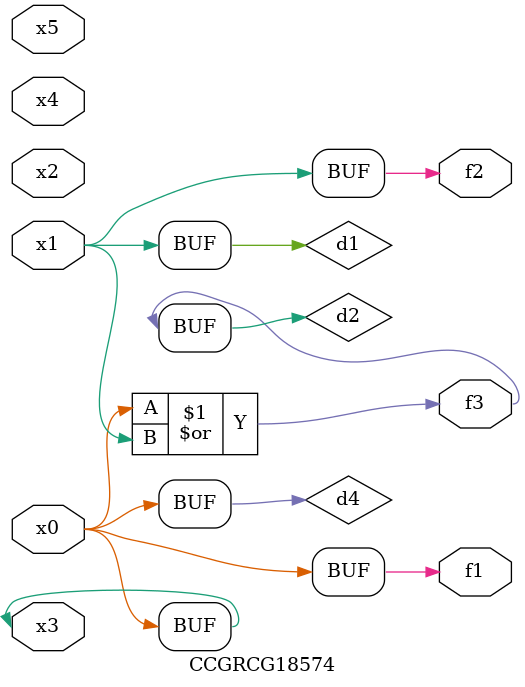
<source format=v>
module CCGRCG18574(
	input x0, x1, x2, x3, x4, x5,
	output f1, f2, f3
);

	wire d1, d2, d3, d4;

	and (d1, x1);
	or (d2, x0, x1);
	nand (d3, x0, x5);
	buf (d4, x0, x3);
	assign f1 = d4;
	assign f2 = d1;
	assign f3 = d2;
endmodule

</source>
